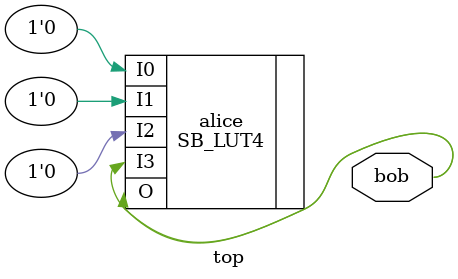
<source format=v>
module top(output bob);
	(* syn_noprune *)
	SB_LUT4 #(
		.LUT_INIT(16'b0000_0000_0000_0000)
	) alice (
		.I0(1'b0),
		.I1(1'b0),
		.I2(1'b0),
		.I3(bob),
		.O(bob)
	);
endmodule

</source>
